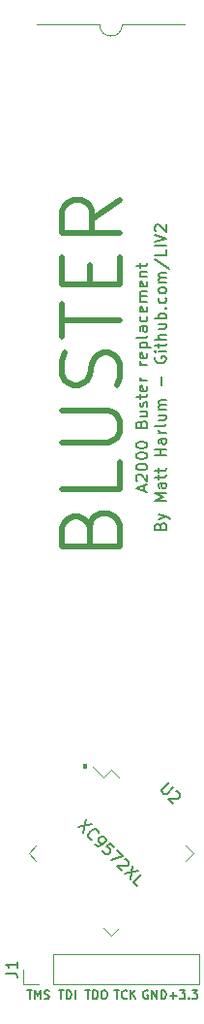
<source format=gbr>
%TF.GenerationSoftware,KiCad,Pcbnew,(5.1.9)-1*%
%TF.CreationDate,2021-02-10T01:52:36+01:00*%
%TF.ProjectId,Bluster,426c7573-7465-4722-9e6b-696361645f70,rev?*%
%TF.SameCoordinates,Original*%
%TF.FileFunction,Legend,Top*%
%TF.FilePolarity,Positive*%
%FSLAX46Y46*%
G04 Gerber Fmt 4.6, Leading zero omitted, Abs format (unit mm)*
G04 Created by KiCad (PCBNEW (5.1.9)-1) date 2021-02-10 01:52:36*
%MOMM*%
%LPD*%
G01*
G04 APERTURE LIST*
%ADD10C,0.150000*%
%ADD11C,0.500000*%
%ADD12C,0.100000*%
%ADD13C,0.120000*%
G04 APERTURE END LIST*
D10*
X174071428Y-122935571D02*
X174642857Y-122935571D01*
X174357142Y-123221285D02*
X174357142Y-122649857D01*
X174928571Y-122471285D02*
X175392857Y-122471285D01*
X175142857Y-122757000D01*
X175250000Y-122757000D01*
X175321428Y-122792714D01*
X175357142Y-122828428D01*
X175392857Y-122899857D01*
X175392857Y-123078428D01*
X175357142Y-123149857D01*
X175321428Y-123185571D01*
X175250000Y-123221285D01*
X175035714Y-123221285D01*
X174964285Y-123185571D01*
X174928571Y-123149857D01*
X175714285Y-123149857D02*
X175750000Y-123185571D01*
X175714285Y-123221285D01*
X175678571Y-123185571D01*
X175714285Y-123149857D01*
X175714285Y-123221285D01*
X176000000Y-122471285D02*
X176464285Y-122471285D01*
X176214285Y-122757000D01*
X176321428Y-122757000D01*
X176392857Y-122792714D01*
X176428571Y-122828428D01*
X176464285Y-122899857D01*
X176464285Y-123078428D01*
X176428571Y-123149857D01*
X176392857Y-123185571D01*
X176321428Y-123221285D01*
X176107142Y-123221285D01*
X176035714Y-123185571D01*
X176000000Y-123149857D01*
X172138571Y-122507000D02*
X172067142Y-122471285D01*
X171960000Y-122471285D01*
X171852857Y-122507000D01*
X171781428Y-122578428D01*
X171745714Y-122649857D01*
X171710000Y-122792714D01*
X171710000Y-122899857D01*
X171745714Y-123042714D01*
X171781428Y-123114142D01*
X171852857Y-123185571D01*
X171960000Y-123221285D01*
X172031428Y-123221285D01*
X172138571Y-123185571D01*
X172174285Y-123149857D01*
X172174285Y-122899857D01*
X172031428Y-122899857D01*
X172495714Y-123221285D02*
X172495714Y-122471285D01*
X172924285Y-123221285D01*
X172924285Y-122471285D01*
X173281428Y-123221285D02*
X173281428Y-122471285D01*
X173460000Y-122471285D01*
X173567142Y-122507000D01*
X173638571Y-122578428D01*
X173674285Y-122649857D01*
X173710000Y-122792714D01*
X173710000Y-122899857D01*
X173674285Y-123042714D01*
X173638571Y-123114142D01*
X173567142Y-123185571D01*
X173460000Y-123221285D01*
X173281428Y-123221285D01*
X169205714Y-122471285D02*
X169634285Y-122471285D01*
X169420000Y-123221285D02*
X169420000Y-122471285D01*
X170312857Y-123149857D02*
X170277142Y-123185571D01*
X170170000Y-123221285D01*
X170098571Y-123221285D01*
X169991428Y-123185571D01*
X169920000Y-123114142D01*
X169884285Y-123042714D01*
X169848571Y-122899857D01*
X169848571Y-122792714D01*
X169884285Y-122649857D01*
X169920000Y-122578428D01*
X169991428Y-122507000D01*
X170098571Y-122471285D01*
X170170000Y-122471285D01*
X170277142Y-122507000D01*
X170312857Y-122542714D01*
X170634285Y-123221285D02*
X170634285Y-122471285D01*
X171062857Y-123221285D02*
X170741428Y-122792714D01*
X171062857Y-122471285D02*
X170634285Y-122899857D01*
X166647857Y-122471285D02*
X167076428Y-122471285D01*
X166862142Y-123221285D02*
X166862142Y-122471285D01*
X167326428Y-123221285D02*
X167326428Y-122471285D01*
X167505000Y-122471285D01*
X167612142Y-122507000D01*
X167683571Y-122578428D01*
X167719285Y-122649857D01*
X167755000Y-122792714D01*
X167755000Y-122899857D01*
X167719285Y-123042714D01*
X167683571Y-123114142D01*
X167612142Y-123185571D01*
X167505000Y-123221285D01*
X167326428Y-123221285D01*
X168219285Y-122471285D02*
X168362142Y-122471285D01*
X168433571Y-122507000D01*
X168505000Y-122578428D01*
X168540714Y-122721285D01*
X168540714Y-122971285D01*
X168505000Y-123114142D01*
X168433571Y-123185571D01*
X168362142Y-123221285D01*
X168219285Y-123221285D01*
X168147857Y-123185571D01*
X168076428Y-123114142D01*
X168040714Y-122971285D01*
X168040714Y-122721285D01*
X168076428Y-122578428D01*
X168147857Y-122507000D01*
X168219285Y-122471285D01*
X164322142Y-122471285D02*
X164750714Y-122471285D01*
X164536428Y-123221285D02*
X164536428Y-122471285D01*
X165000714Y-123221285D02*
X165000714Y-122471285D01*
X165179285Y-122471285D01*
X165286428Y-122507000D01*
X165357857Y-122578428D01*
X165393571Y-122649857D01*
X165429285Y-122792714D01*
X165429285Y-122899857D01*
X165393571Y-123042714D01*
X165357857Y-123114142D01*
X165286428Y-123185571D01*
X165179285Y-123221285D01*
X165000714Y-123221285D01*
X165750714Y-123221285D02*
X165750714Y-122471285D01*
X161550000Y-122471285D02*
X161978571Y-122471285D01*
X161764285Y-123221285D02*
X161764285Y-122471285D01*
X162228571Y-123221285D02*
X162228571Y-122471285D01*
X162478571Y-123007000D01*
X162728571Y-122471285D01*
X162728571Y-123221285D01*
X163050000Y-123185571D02*
X163157142Y-123221285D01*
X163335714Y-123221285D01*
X163407142Y-123185571D01*
X163442857Y-123149857D01*
X163478571Y-123078428D01*
X163478571Y-123007000D01*
X163442857Y-122935571D01*
X163407142Y-122899857D01*
X163335714Y-122864142D01*
X163192857Y-122828428D01*
X163121428Y-122792714D01*
X163085714Y-122757000D01*
X163050000Y-122685571D01*
X163050000Y-122614142D01*
X163085714Y-122542714D01*
X163121428Y-122507000D01*
X163192857Y-122471285D01*
X163371428Y-122471285D01*
X163478571Y-122507000D01*
X171797666Y-78914952D02*
X171797666Y-78438761D01*
X172083380Y-79010190D02*
X171083380Y-78676857D01*
X172083380Y-78343523D01*
X171178619Y-78057809D02*
X171131000Y-78010190D01*
X171083380Y-77914952D01*
X171083380Y-77676857D01*
X171131000Y-77581619D01*
X171178619Y-77534000D01*
X171273857Y-77486380D01*
X171369095Y-77486380D01*
X171511952Y-77534000D01*
X172083380Y-78105428D01*
X172083380Y-77486380D01*
X171083380Y-76867333D02*
X171083380Y-76772095D01*
X171131000Y-76676857D01*
X171178619Y-76629238D01*
X171273857Y-76581619D01*
X171464333Y-76534000D01*
X171702428Y-76534000D01*
X171892904Y-76581619D01*
X171988142Y-76629238D01*
X172035761Y-76676857D01*
X172083380Y-76772095D01*
X172083380Y-76867333D01*
X172035761Y-76962571D01*
X171988142Y-77010190D01*
X171892904Y-77057809D01*
X171702428Y-77105428D01*
X171464333Y-77105428D01*
X171273857Y-77057809D01*
X171178619Y-77010190D01*
X171131000Y-76962571D01*
X171083380Y-76867333D01*
X171083380Y-75914952D02*
X171083380Y-75819714D01*
X171131000Y-75724476D01*
X171178619Y-75676857D01*
X171273857Y-75629238D01*
X171464333Y-75581619D01*
X171702428Y-75581619D01*
X171892904Y-75629238D01*
X171988142Y-75676857D01*
X172035761Y-75724476D01*
X172083380Y-75819714D01*
X172083380Y-75914952D01*
X172035761Y-76010190D01*
X171988142Y-76057809D01*
X171892904Y-76105428D01*
X171702428Y-76153047D01*
X171464333Y-76153047D01*
X171273857Y-76105428D01*
X171178619Y-76057809D01*
X171131000Y-76010190D01*
X171083380Y-75914952D01*
X171083380Y-74962571D02*
X171083380Y-74867333D01*
X171131000Y-74772095D01*
X171178619Y-74724476D01*
X171273857Y-74676857D01*
X171464333Y-74629238D01*
X171702428Y-74629238D01*
X171892904Y-74676857D01*
X171988142Y-74724476D01*
X172035761Y-74772095D01*
X172083380Y-74867333D01*
X172083380Y-74962571D01*
X172035761Y-75057809D01*
X171988142Y-75105428D01*
X171892904Y-75153047D01*
X171702428Y-75200666D01*
X171464333Y-75200666D01*
X171273857Y-75153047D01*
X171178619Y-75105428D01*
X171131000Y-75057809D01*
X171083380Y-74962571D01*
X171559571Y-73105428D02*
X171607190Y-72962571D01*
X171654809Y-72914952D01*
X171750047Y-72867333D01*
X171892904Y-72867333D01*
X171988142Y-72914952D01*
X172035761Y-72962571D01*
X172083380Y-73057809D01*
X172083380Y-73438761D01*
X171083380Y-73438761D01*
X171083380Y-73105428D01*
X171131000Y-73010190D01*
X171178619Y-72962571D01*
X171273857Y-72914952D01*
X171369095Y-72914952D01*
X171464333Y-72962571D01*
X171511952Y-73010190D01*
X171559571Y-73105428D01*
X171559571Y-73438761D01*
X171416714Y-72010190D02*
X172083380Y-72010190D01*
X171416714Y-72438761D02*
X171940523Y-72438761D01*
X172035761Y-72391142D01*
X172083380Y-72295904D01*
X172083380Y-72153047D01*
X172035761Y-72057809D01*
X171988142Y-72010190D01*
X172035761Y-71581619D02*
X172083380Y-71486380D01*
X172083380Y-71295904D01*
X172035761Y-71200666D01*
X171940523Y-71153047D01*
X171892904Y-71153047D01*
X171797666Y-71200666D01*
X171750047Y-71295904D01*
X171750047Y-71438761D01*
X171702428Y-71534000D01*
X171607190Y-71581619D01*
X171559571Y-71581619D01*
X171464333Y-71534000D01*
X171416714Y-71438761D01*
X171416714Y-71295904D01*
X171464333Y-71200666D01*
X171416714Y-70867333D02*
X171416714Y-70486380D01*
X171083380Y-70724476D02*
X171940523Y-70724476D01*
X172035761Y-70676857D01*
X172083380Y-70581619D01*
X172083380Y-70486380D01*
X172035761Y-69772095D02*
X172083380Y-69867333D01*
X172083380Y-70057809D01*
X172035761Y-70153047D01*
X171940523Y-70200666D01*
X171559571Y-70200666D01*
X171464333Y-70153047D01*
X171416714Y-70057809D01*
X171416714Y-69867333D01*
X171464333Y-69772095D01*
X171559571Y-69724476D01*
X171654809Y-69724476D01*
X171750047Y-70200666D01*
X172083380Y-69295904D02*
X171416714Y-69295904D01*
X171607190Y-69295904D02*
X171511952Y-69248285D01*
X171464333Y-69200666D01*
X171416714Y-69105428D01*
X171416714Y-69010190D01*
X172083380Y-67914952D02*
X171416714Y-67914952D01*
X171607190Y-67914952D02*
X171511952Y-67867333D01*
X171464333Y-67819714D01*
X171416714Y-67724476D01*
X171416714Y-67629238D01*
X172035761Y-66914952D02*
X172083380Y-67010190D01*
X172083380Y-67200666D01*
X172035761Y-67295904D01*
X171940523Y-67343523D01*
X171559571Y-67343523D01*
X171464333Y-67295904D01*
X171416714Y-67200666D01*
X171416714Y-67010190D01*
X171464333Y-66914952D01*
X171559571Y-66867333D01*
X171654809Y-66867333D01*
X171750047Y-67343523D01*
X171416714Y-66438761D02*
X172416714Y-66438761D01*
X171464333Y-66438761D02*
X171416714Y-66343523D01*
X171416714Y-66153047D01*
X171464333Y-66057809D01*
X171511952Y-66010190D01*
X171607190Y-65962571D01*
X171892904Y-65962571D01*
X171988142Y-66010190D01*
X172035761Y-66057809D01*
X172083380Y-66153047D01*
X172083380Y-66343523D01*
X172035761Y-66438761D01*
X172083380Y-65391142D02*
X172035761Y-65486380D01*
X171940523Y-65534000D01*
X171083380Y-65534000D01*
X172083380Y-64581619D02*
X171559571Y-64581619D01*
X171464333Y-64629238D01*
X171416714Y-64724476D01*
X171416714Y-64914952D01*
X171464333Y-65010190D01*
X172035761Y-64581619D02*
X172083380Y-64676857D01*
X172083380Y-64914952D01*
X172035761Y-65010190D01*
X171940523Y-65057809D01*
X171845285Y-65057809D01*
X171750047Y-65010190D01*
X171702428Y-64914952D01*
X171702428Y-64676857D01*
X171654809Y-64581619D01*
X172035761Y-63676857D02*
X172083380Y-63772095D01*
X172083380Y-63962571D01*
X172035761Y-64057809D01*
X171988142Y-64105428D01*
X171892904Y-64153047D01*
X171607190Y-64153047D01*
X171511952Y-64105428D01*
X171464333Y-64057809D01*
X171416714Y-63962571D01*
X171416714Y-63772095D01*
X171464333Y-63676857D01*
X172035761Y-62867333D02*
X172083380Y-62962571D01*
X172083380Y-63153047D01*
X172035761Y-63248285D01*
X171940523Y-63295904D01*
X171559571Y-63295904D01*
X171464333Y-63248285D01*
X171416714Y-63153047D01*
X171416714Y-62962571D01*
X171464333Y-62867333D01*
X171559571Y-62819714D01*
X171654809Y-62819714D01*
X171750047Y-63295904D01*
X172083380Y-62391142D02*
X171416714Y-62391142D01*
X171511952Y-62391142D02*
X171464333Y-62343523D01*
X171416714Y-62248285D01*
X171416714Y-62105428D01*
X171464333Y-62010190D01*
X171559571Y-61962571D01*
X172083380Y-61962571D01*
X171559571Y-61962571D02*
X171464333Y-61914952D01*
X171416714Y-61819714D01*
X171416714Y-61676857D01*
X171464333Y-61581619D01*
X171559571Y-61534000D01*
X172083380Y-61534000D01*
X172035761Y-60676857D02*
X172083380Y-60772095D01*
X172083380Y-60962571D01*
X172035761Y-61057809D01*
X171940523Y-61105428D01*
X171559571Y-61105428D01*
X171464333Y-61057809D01*
X171416714Y-60962571D01*
X171416714Y-60772095D01*
X171464333Y-60676857D01*
X171559571Y-60629238D01*
X171654809Y-60629238D01*
X171750047Y-61105428D01*
X171416714Y-60200666D02*
X172083380Y-60200666D01*
X171511952Y-60200666D02*
X171464333Y-60153047D01*
X171416714Y-60057809D01*
X171416714Y-59914952D01*
X171464333Y-59819714D01*
X171559571Y-59772095D01*
X172083380Y-59772095D01*
X171416714Y-59438761D02*
X171416714Y-59057809D01*
X171083380Y-59295904D02*
X171940523Y-59295904D01*
X172035761Y-59248285D01*
X172083380Y-59153047D01*
X172083380Y-59057809D01*
X173209571Y-81986380D02*
X173257190Y-81843523D01*
X173304809Y-81795904D01*
X173400047Y-81748285D01*
X173542904Y-81748285D01*
X173638142Y-81795904D01*
X173685761Y-81843523D01*
X173733380Y-81938761D01*
X173733380Y-82319714D01*
X172733380Y-82319714D01*
X172733380Y-81986380D01*
X172781000Y-81891142D01*
X172828619Y-81843523D01*
X172923857Y-81795904D01*
X173019095Y-81795904D01*
X173114333Y-81843523D01*
X173161952Y-81891142D01*
X173209571Y-81986380D01*
X173209571Y-82319714D01*
X173066714Y-81414952D02*
X173733380Y-81176857D01*
X173066714Y-80938761D02*
X173733380Y-81176857D01*
X173971476Y-81272095D01*
X174019095Y-81319714D01*
X174066714Y-81414952D01*
X173733380Y-79795904D02*
X172733380Y-79795904D01*
X173447666Y-79462571D01*
X172733380Y-79129238D01*
X173733380Y-79129238D01*
X173733380Y-78224476D02*
X173209571Y-78224476D01*
X173114333Y-78272095D01*
X173066714Y-78367333D01*
X173066714Y-78557809D01*
X173114333Y-78653047D01*
X173685761Y-78224476D02*
X173733380Y-78319714D01*
X173733380Y-78557809D01*
X173685761Y-78653047D01*
X173590523Y-78700666D01*
X173495285Y-78700666D01*
X173400047Y-78653047D01*
X173352428Y-78557809D01*
X173352428Y-78319714D01*
X173304809Y-78224476D01*
X173066714Y-77891142D02*
X173066714Y-77510190D01*
X172733380Y-77748285D02*
X173590523Y-77748285D01*
X173685761Y-77700666D01*
X173733380Y-77605428D01*
X173733380Y-77510190D01*
X173066714Y-77319714D02*
X173066714Y-76938761D01*
X172733380Y-77176857D02*
X173590523Y-77176857D01*
X173685761Y-77129238D01*
X173733380Y-77034000D01*
X173733380Y-76938761D01*
X173733380Y-75843523D02*
X172733380Y-75843523D01*
X173209571Y-75843523D02*
X173209571Y-75272095D01*
X173733380Y-75272095D02*
X172733380Y-75272095D01*
X173733380Y-74367333D02*
X173209571Y-74367333D01*
X173114333Y-74414952D01*
X173066714Y-74510190D01*
X173066714Y-74700666D01*
X173114333Y-74795904D01*
X173685761Y-74367333D02*
X173733380Y-74462571D01*
X173733380Y-74700666D01*
X173685761Y-74795904D01*
X173590523Y-74843523D01*
X173495285Y-74843523D01*
X173400047Y-74795904D01*
X173352428Y-74700666D01*
X173352428Y-74462571D01*
X173304809Y-74367333D01*
X173733380Y-73891142D02*
X173066714Y-73891142D01*
X173257190Y-73891142D02*
X173161952Y-73843523D01*
X173114333Y-73795904D01*
X173066714Y-73700666D01*
X173066714Y-73605428D01*
X173733380Y-73129238D02*
X173685761Y-73224476D01*
X173590523Y-73272095D01*
X172733380Y-73272095D01*
X173066714Y-72319714D02*
X173733380Y-72319714D01*
X173066714Y-72748285D02*
X173590523Y-72748285D01*
X173685761Y-72700666D01*
X173733380Y-72605428D01*
X173733380Y-72462571D01*
X173685761Y-72367333D01*
X173638142Y-72319714D01*
X173733380Y-71843523D02*
X173066714Y-71843523D01*
X173161952Y-71843523D02*
X173114333Y-71795904D01*
X173066714Y-71700666D01*
X173066714Y-71557809D01*
X173114333Y-71462571D01*
X173209571Y-71414952D01*
X173733380Y-71414952D01*
X173209571Y-71414952D02*
X173114333Y-71367333D01*
X173066714Y-71272095D01*
X173066714Y-71129238D01*
X173114333Y-71034000D01*
X173209571Y-70986380D01*
X173733380Y-70986380D01*
X173352428Y-69748285D02*
X173352428Y-68986380D01*
X172781000Y-67224476D02*
X172733380Y-67319714D01*
X172733380Y-67462571D01*
X172781000Y-67605428D01*
X172876238Y-67700666D01*
X172971476Y-67748285D01*
X173161952Y-67795904D01*
X173304809Y-67795904D01*
X173495285Y-67748285D01*
X173590523Y-67700666D01*
X173685761Y-67605428D01*
X173733380Y-67462571D01*
X173733380Y-67367333D01*
X173685761Y-67224476D01*
X173638142Y-67176857D01*
X173304809Y-67176857D01*
X173304809Y-67367333D01*
X173733380Y-66748285D02*
X173066714Y-66748285D01*
X172733380Y-66748285D02*
X172781000Y-66795904D01*
X172828619Y-66748285D01*
X172781000Y-66700666D01*
X172733380Y-66748285D01*
X172828619Y-66748285D01*
X173066714Y-66414952D02*
X173066714Y-66034000D01*
X172733380Y-66272095D02*
X173590523Y-66272095D01*
X173685761Y-66224476D01*
X173733380Y-66129238D01*
X173733380Y-66034000D01*
X173733380Y-65700666D02*
X172733380Y-65700666D01*
X173733380Y-65272095D02*
X173209571Y-65272095D01*
X173114333Y-65319714D01*
X173066714Y-65414952D01*
X173066714Y-65557809D01*
X173114333Y-65653047D01*
X173161952Y-65700666D01*
X173066714Y-64367333D02*
X173733380Y-64367333D01*
X173066714Y-64795904D02*
X173590523Y-64795904D01*
X173685761Y-64748285D01*
X173733380Y-64653047D01*
X173733380Y-64510190D01*
X173685761Y-64414952D01*
X173638142Y-64367333D01*
X173733380Y-63891142D02*
X172733380Y-63891142D01*
X173114333Y-63891142D02*
X173066714Y-63795904D01*
X173066714Y-63605428D01*
X173114333Y-63510190D01*
X173161952Y-63462571D01*
X173257190Y-63414952D01*
X173542904Y-63414952D01*
X173638142Y-63462571D01*
X173685761Y-63510190D01*
X173733380Y-63605428D01*
X173733380Y-63795904D01*
X173685761Y-63891142D01*
X173638142Y-62986380D02*
X173685761Y-62938761D01*
X173733380Y-62986380D01*
X173685761Y-63034000D01*
X173638142Y-62986380D01*
X173733380Y-62986380D01*
X173685761Y-62081619D02*
X173733380Y-62176857D01*
X173733380Y-62367333D01*
X173685761Y-62462571D01*
X173638142Y-62510190D01*
X173542904Y-62557809D01*
X173257190Y-62557809D01*
X173161952Y-62510190D01*
X173114333Y-62462571D01*
X173066714Y-62367333D01*
X173066714Y-62176857D01*
X173114333Y-62081619D01*
X173733380Y-61510190D02*
X173685761Y-61605428D01*
X173638142Y-61653047D01*
X173542904Y-61700666D01*
X173257190Y-61700666D01*
X173161952Y-61653047D01*
X173114333Y-61605428D01*
X173066714Y-61510190D01*
X173066714Y-61367333D01*
X173114333Y-61272095D01*
X173161952Y-61224476D01*
X173257190Y-61176857D01*
X173542904Y-61176857D01*
X173638142Y-61224476D01*
X173685761Y-61272095D01*
X173733380Y-61367333D01*
X173733380Y-61510190D01*
X173733380Y-60748285D02*
X173066714Y-60748285D01*
X173161952Y-60748285D02*
X173114333Y-60700666D01*
X173066714Y-60605428D01*
X173066714Y-60462571D01*
X173114333Y-60367333D01*
X173209571Y-60319714D01*
X173733380Y-60319714D01*
X173209571Y-60319714D02*
X173114333Y-60272095D01*
X173066714Y-60176857D01*
X173066714Y-60034000D01*
X173114333Y-59938761D01*
X173209571Y-59891142D01*
X173733380Y-59891142D01*
X172685761Y-58700666D02*
X173971476Y-59557809D01*
X173733380Y-57891142D02*
X173733380Y-58367333D01*
X172733380Y-58367333D01*
X173733380Y-57557809D02*
X172733380Y-57557809D01*
X172733380Y-57224476D02*
X173733380Y-56891142D01*
X172733380Y-56557809D01*
X172828619Y-56272095D02*
X172781000Y-56224476D01*
X172733380Y-56129238D01*
X172733380Y-55891142D01*
X172781000Y-55795904D01*
X172828619Y-55748285D01*
X172923857Y-55700666D01*
X173019095Y-55700666D01*
X173161952Y-55748285D01*
X173733380Y-56319714D01*
X173733380Y-55700666D01*
D11*
X167018857Y-82113333D02*
X167256952Y-81399047D01*
X167495047Y-81160952D01*
X167971238Y-80922857D01*
X168685523Y-80922857D01*
X169161714Y-81160952D01*
X169399809Y-81399047D01*
X169637904Y-81875238D01*
X169637904Y-83780000D01*
X164637904Y-83780000D01*
X164637904Y-82113333D01*
X164876000Y-81637142D01*
X165114095Y-81399047D01*
X165590285Y-81160952D01*
X166066476Y-81160952D01*
X166542666Y-81399047D01*
X166780761Y-81637142D01*
X167018857Y-82113333D01*
X167018857Y-83780000D01*
X169637904Y-76399047D02*
X169637904Y-78780000D01*
X164637904Y-78780000D01*
X164637904Y-74732380D02*
X168685523Y-74732380D01*
X169161714Y-74494285D01*
X169399809Y-74256190D01*
X169637904Y-73780000D01*
X169637904Y-72827619D01*
X169399809Y-72351428D01*
X169161714Y-72113333D01*
X168685523Y-71875238D01*
X164637904Y-71875238D01*
X169399809Y-69732380D02*
X169637904Y-69018095D01*
X169637904Y-67827619D01*
X169399809Y-67351428D01*
X169161714Y-67113333D01*
X168685523Y-66875238D01*
X168209333Y-66875238D01*
X167733142Y-67113333D01*
X167495047Y-67351428D01*
X167256952Y-67827619D01*
X167018857Y-68780000D01*
X166780761Y-69256190D01*
X166542666Y-69494285D01*
X166066476Y-69732380D01*
X165590285Y-69732380D01*
X165114095Y-69494285D01*
X164876000Y-69256190D01*
X164637904Y-68780000D01*
X164637904Y-67589523D01*
X164876000Y-66875238D01*
X164637904Y-65446666D02*
X164637904Y-62589523D01*
X169637904Y-64018095D02*
X164637904Y-64018095D01*
X167018857Y-60922857D02*
X167018857Y-59256190D01*
X169637904Y-58541904D02*
X169637904Y-60922857D01*
X164637904Y-60922857D01*
X164637904Y-58541904D01*
X169637904Y-53541904D02*
X167256952Y-55208571D01*
X169637904Y-56399047D02*
X164637904Y-56399047D01*
X164637904Y-54494285D01*
X164876000Y-54018095D01*
X165114095Y-53780000D01*
X165590285Y-53541904D01*
X166304571Y-53541904D01*
X166780761Y-53780000D01*
X167018857Y-54018095D01*
X167256952Y-54494285D01*
X167256952Y-56399047D01*
D12*
%TO.C,U2*%
G36*
X166754739Y-103036387D02*
G01*
X166485331Y-103036387D01*
X166485331Y-102766980D01*
X166754739Y-102766980D01*
X166754739Y-103036387D01*
G37*
X166754739Y-103036387D02*
X166485331Y-103036387D01*
X166485331Y-102766980D01*
X166754739Y-102766980D01*
X166754739Y-103036387D01*
D13*
X168238249Y-117044880D02*
X168910000Y-117716631D01*
X168910000Y-117716631D02*
X169581751Y-117044880D01*
X162355120Y-111161751D02*
X161683369Y-110490000D01*
X161683369Y-110490000D02*
X162355120Y-109818249D01*
X175464880Y-109818249D02*
X176136631Y-110490000D01*
X176136631Y-110490000D02*
X175464880Y-111161751D01*
X169581751Y-103935120D02*
X168910000Y-103263369D01*
X168910000Y-103263369D02*
X168238249Y-103935120D01*
X168238249Y-103935120D02*
X167326081Y-103022952D01*
X166718047Y-103065036D02*
G75*
G02*
X166754739Y-103036387I-98012J163352D01*
G01*
%TO.C,U1*%
X167900000Y-38240000D02*
X162440000Y-38240000D01*
X175360000Y-38240000D02*
X169900000Y-38240000D01*
X169900000Y-38240000D02*
G75*
G02*
X167900000Y-38240000I-1000000J0D01*
G01*
%TO.C,J1*%
X176590000Y-121980000D02*
X176590000Y-119320000D01*
X163830000Y-121980000D02*
X176590000Y-121980000D01*
X163830000Y-119320000D02*
X176590000Y-119320000D01*
X163830000Y-121980000D02*
X163830000Y-119320000D01*
X162560000Y-121980000D02*
X161230000Y-121980000D01*
X161230000Y-121980000D02*
X161230000Y-120650000D01*
%TO.C,U2*%
D10*
X173955712Y-104366791D02*
X173383292Y-104939211D01*
X173349620Y-105040226D01*
X173349620Y-105107570D01*
X173383292Y-105208585D01*
X173517979Y-105343272D01*
X173618994Y-105376944D01*
X173686338Y-105376944D01*
X173787353Y-105343272D01*
X174359773Y-104770852D01*
X174595475Y-105141242D02*
X174662818Y-105141242D01*
X174763834Y-105174913D01*
X174932192Y-105343272D01*
X174965864Y-105444287D01*
X174965864Y-105511631D01*
X174932192Y-105612646D01*
X174864849Y-105679990D01*
X174730162Y-105747333D01*
X173922040Y-105747333D01*
X174359773Y-106185066D01*
X166738172Y-107543721D02*
X166502469Y-108722233D01*
X167209576Y-108015126D02*
X166031065Y-108250828D01*
X167243248Y-109328324D02*
X167175904Y-109328324D01*
X167041217Y-109260981D01*
X166973874Y-109193637D01*
X166906530Y-109058950D01*
X166906530Y-108924263D01*
X166940202Y-108823248D01*
X167041217Y-108654889D01*
X167142233Y-108553874D01*
X167310591Y-108452859D01*
X167411607Y-108419187D01*
X167546294Y-108419187D01*
X167680981Y-108486530D01*
X167748324Y-108553874D01*
X167815668Y-108688561D01*
X167815668Y-108755904D01*
X167512622Y-109732385D02*
X167647309Y-109867072D01*
X167748324Y-109900744D01*
X167815668Y-109900744D01*
X167984026Y-109867072D01*
X168152385Y-109766057D01*
X168421759Y-109496683D01*
X168455431Y-109395668D01*
X168455431Y-109328324D01*
X168421759Y-109227309D01*
X168287072Y-109092622D01*
X168186057Y-109058950D01*
X168118713Y-109058950D01*
X168017698Y-109092622D01*
X167849339Y-109260981D01*
X167815668Y-109361996D01*
X167815668Y-109429339D01*
X167849339Y-109530355D01*
X167984026Y-109665042D01*
X168085042Y-109698713D01*
X168152385Y-109698713D01*
X168253400Y-109665042D01*
X169196209Y-110001759D02*
X168859492Y-109665042D01*
X168489103Y-109968087D01*
X168556446Y-109968087D01*
X168657461Y-110001759D01*
X168825820Y-110170118D01*
X168859492Y-110271133D01*
X168859492Y-110338477D01*
X168825820Y-110439492D01*
X168657461Y-110607851D01*
X168556446Y-110641522D01*
X168489103Y-110641522D01*
X168388087Y-110607851D01*
X168219729Y-110439492D01*
X168186057Y-110338477D01*
X168186057Y-110271133D01*
X169465583Y-110271133D02*
X169936988Y-110742538D01*
X168926835Y-111146599D01*
X170105347Y-111045583D02*
X170172690Y-111045583D01*
X170273705Y-111079255D01*
X170442064Y-111247614D01*
X170475736Y-111348629D01*
X170475736Y-111415973D01*
X170442064Y-111516988D01*
X170374721Y-111584331D01*
X170240034Y-111651675D01*
X169431912Y-111651675D01*
X169869644Y-112089408D01*
X170812453Y-111618003D02*
X170576751Y-112796514D01*
X171283858Y-112089408D02*
X170105347Y-112325110D01*
X171182843Y-113402606D02*
X170846125Y-113065888D01*
X171553232Y-112358782D01*
%TO.C,J1*%
X159682380Y-120983333D02*
X160396666Y-120983333D01*
X160539523Y-121030952D01*
X160634761Y-121126190D01*
X160682380Y-121269047D01*
X160682380Y-121364285D01*
X160682380Y-119983333D02*
X160682380Y-120554761D01*
X160682380Y-120269047D02*
X159682380Y-120269047D01*
X159825238Y-120364285D01*
X159920476Y-120459523D01*
X159968095Y-120554761D01*
%TD*%
M02*

</source>
